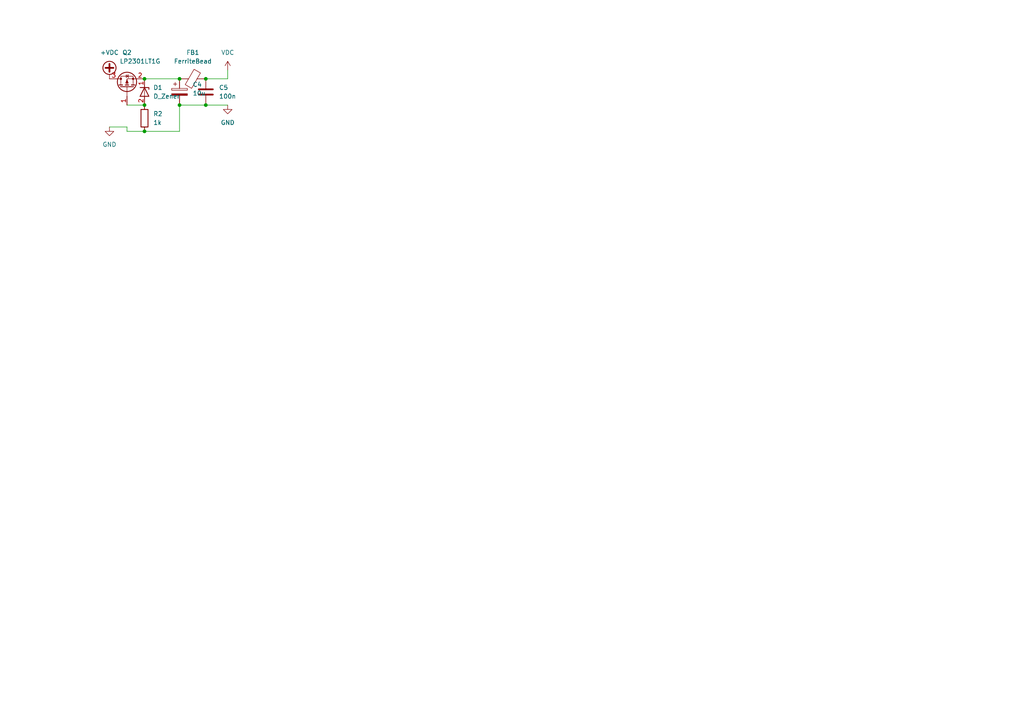
<source format=kicad_sch>
(kicad_sch (version 20230121) (generator eeschema)
  (paper "A4")
  (lib_symbols
    (symbol "Device:C" (pin_numbers hide) (pin_names (offset 0.254))
      (property "Reference" "C" (at 0.635 2.54 0))
      (property "Value" "C" (at 0.635 -2.54 0))
      (symbol "C_0_1"
        (polyline (pts (xy -2.032 -0.762) (xy 2.032 -0.762)) (stroke (width 0.508)))
        (polyline (pts (xy -2.032 0.762) (xy 2.032 0.762)) (stroke (width 0.508)))
      )
      (symbol "C_1_1"
        (pin passive line (at 0 3.81 270) (length 2.794) (name "~") (number "1"))
        (pin passive line (at 0 -3.81 90) (length 2.794) (name "~") (number "2"))
      )
    )
    (symbol "Device:C_Polarized" (pin_numbers hide) (pin_names (offset 0.254))
      (property "Reference" "C" (at 0.635 2.54 0))
      (property "Value" "C_Polarized" (at 0.635 -2.54 0))
      (symbol "C_Polarized_0_1"
        (rectangle (start -2.286 0.508) (end 2.286 1.016))
        (polyline (pts (xy -1.778 2.286) (xy -0.762 2.286)))
        (polyline (pts (xy -1.27 2.794) (xy -1.27 1.778)))
        (rectangle (start 2.286 -0.508) (end -2.286 -1.016) (fill (type outline)))
      )
      (symbol "C_Polarized_1_1"
        (pin passive line (at 0 3.81 270) (length 2.794) (name "~") (number "1"))
        (pin passive line (at 0 -3.81 90) (length 2.794) (name "~") (number "2"))
      )
    )
    (symbol "Device:D_Zener" (pin_names (offset 1.016) hide)
      (property "Reference" "D" (at 0 2.54 0))
      (property "Value" "D_Zener" (at 0 -2.54 0))
      (symbol "D_Zener_0_1"
        (polyline (pts (xy 1.27 0) (xy -1.27 0)))
        (polyline (pts (xy -1.27 -1.27) (xy -1.27 1.27) (xy -0.762 1.27)) (stroke (width 0.254)))
        (polyline (pts (xy 1.27 -1.27) (xy 1.27 1.27) (xy -1.27 0) (xy 1.27 -1.27)) (stroke (width 0.254)))
      )
      (symbol "D_Zener_1_1"
        (pin passive line (at -3.81 0 0) (length 2.54) (name "K") (number "1"))
        (pin passive line (at 3.81 0 180) (length 2.54) (name "A") (number "2"))
      )
    )
    (symbol "Device:FerriteBead" (pin_numbers hide) (pin_names (offset 0))
      (property "Reference" "FB" (at -3.81 0.635 90))
      (property "Value" "FerriteBead" (at 3.81 0 90))
      (symbol "FerriteBead_0_1"
        (polyline (pts (xy 0 -1.27) (xy 0 -1.2192)))
        (polyline (pts (xy 0 1.27) (xy 0 1.2954)))
        (polyline (pts (xy -2.7686 0.4064) (xy -1.7018 2.2606) (xy 2.7686 -0.3048) (xy 1.6764 -2.159) (xy -2.7686 0.4064)))
      )
      (symbol "FerriteBead_1_1"
        (pin passive line (at 0 3.81 270) (length 2.54) (name "~") (number "1"))
        (pin passive line (at 0 -3.81 90) (length 2.54) (name "~") (number "2"))
      )
    )
    (symbol "Device:R" (pin_numbers hide) (pin_names (offset 0))
      (property "Reference" "R" (at 2.032 0 90))
      (property "Value" "R" (at 0 0 90))
      (symbol "R_0_1"
        (rectangle (start -1.016 -2.54) (end 1.016 2.54) (stroke (width 0.254)))
      )
      (symbol "R_1_1"
        (pin passive line (at 0 3.81 270) (length 1.27) (name "~") (number "1"))
        (pin passive line (at 0 -3.81 90) (length 1.27) (name "~") (number "2"))
      )
    )
    (symbol "Transistor_FET:VP0610T" (pin_names hide)
      (property "Reference" "Q" (at 5.08 1.905 0))
      (property "Value" "VP0610T" (at 5.08 0 0))
      (symbol "VP0610T_0_1"
        (polyline (pts (xy 0.254 0) (xy -2.54 0)))
        (polyline (pts (xy 0.254 1.905) (xy 0.254 -1.905)) (stroke (width 0.254)))
        (polyline (pts (xy 0.762 -1.27) (xy 0.762 -2.286)) (stroke (width 0.254)))
        (polyline (pts (xy 0.762 0.508) (xy 0.762 -0.508)) (stroke (width 0.254)))
        (polyline (pts (xy 0.762 2.286) (xy 0.762 1.27)) (stroke (width 0.254)))
        (polyline (pts (xy 2.54 2.54) (xy 2.54 1.778)))
        (polyline (pts (xy 2.54 -2.54) (xy 2.54 0) (xy 0.762 0)))
        (polyline (pts (xy 0.762 1.778) (xy 3.302 1.778) (xy 3.302 -1.778) (xy 0.762 -1.778)))
        (polyline (pts (xy 2.286 0) (xy 1.27 0.381) (xy 1.27 -0.381) (xy 2.286 0)) (fill (type outline)))
        (polyline (pts (xy 2.794 -0.508) (xy 2.921 -0.381) (xy 3.683 -0.381) (xy 3.81 -0.254)))
        (polyline (pts (xy 3.302 -0.381) (xy 2.921 0.254) (xy 3.683 0.254) (xy 3.302 -0.381)))
        (circle (center 1.651 0) (radius 2.794) (stroke (width 0.254)))
        (circle (center 2.54 -1.778) (radius 0.254) (fill (type outline)))
        (circle (center 2.54 1.778) (radius 0.254) (fill (type outline)))
      )
      (symbol "VP0610T_1_1"
        (pin input line (at -5.08 0 0) (length 2.54) (name "G") (number "1"))
        (pin passive line (at 2.54 -5.08 90) (length 2.54) (name "S") (number "2"))
        (pin passive line (at 2.54 5.08 270) (length 2.54) (name "D") (number "3"))
      )
    )
    (symbol "power:+VDC" (power) (pin_names (offset 0))
      (property "Value" "+VDC" (at 0 6.35 0))
      (symbol "+VDC_0_1"
        (polyline (pts (xy -1.143 3.175) (xy 1.143 3.175)) (stroke (width 0.508)))
        (polyline (pts (xy 0 0) (xy 0 1.27)))
        (polyline (pts (xy 0 2.032) (xy 0 4.318)) (stroke (width 0.508)))
        (circle (center 0 3.175) (radius 1.905) (stroke (width 0.254)))
      )
      (symbol "+VDC_1_1"
        (pin power_in line (at 0 0 90) (length 0) hide (name "+VDC") (number "1"))
      )
    )
    (symbol "power:GND" (power) (pin_names (offset 0))
      (property "Value" "GND" (at 0 -3.81 0))
      (symbol "GND_0_1"
        (polyline (pts (xy 0 0) (xy 0 -1.27) (xy 1.27 -1.27) (xy 0 -2.54) (xy -1.27 -1.27) (xy 0 -1.27)))
      )
      (symbol "GND_1_1"
        (pin power_in line (at 0 0 270) (length 0) hide (name "GND") (number "1"))
      )
    )
    (symbol "power:VDC" (power) (pin_names (offset 0))
      (property "Value" "VDC" (at 0 6.35 0))
      (symbol "VDC_0_1"
        (polyline (pts (xy -0.762 1.27) (xy 0 2.54)))
        (polyline (pts (xy 0 0) (xy 0 2.54)))
        (polyline (pts (xy 0 2.54) (xy 0.762 1.27)))
      )
      (symbol "VDC_1_1"
        (pin power_in line (at 0 0 90) (length 0) hide (name "VDC") (number "1"))
      )
    )
  )
  (junction (at 52.07 30.48))
  (junction (at 59.69 30.48))
  (junction (at 41.91 38.1))
  (junction (at 41.91 30.48))
  (junction (at 41.91 22.86))
  (junction (at 52.07 22.86))
  (junction (at 59.69 22.86))
  (wire (pts (xy 36.83 36.83) (xy 36.83 38.1)))
  (wire (pts (xy 66.04 20.32) (xy 66.04 22.86)))
  (wire (pts (xy 52.07 30.48) (xy 52.07 38.1)))
  (wire (pts (xy 59.69 22.86) (xy 66.04 22.86)))
  (wire (pts (xy 36.83 38.1) (xy 41.91 38.1)))
  (wire (pts (xy 31.75 36.83) (xy 36.83 36.83)))
  (wire (pts (xy 41.91 22.86) (xy 52.07 22.86)))
  (wire (pts (xy 41.91 38.1) (xy 52.07 38.1)))
  (wire (pts (xy 36.83 30.48) (xy 41.91 30.48)))
  (wire (pts (xy 52.07 30.48) (xy 59.69 30.48)))
  (wire (pts (xy 59.69 30.48) (xy 66.04 30.48)))
  (symbol (lib_id "Device:C_Polarized") (at 52.07 26.67 0) (unit 1)
    (property "Reference" "C4" (at 55.88 24.5109 0) (effects (justify left)))
    (property "Value" "10u" (at 55.88 27.0509 0) (effects (justify left)))
    (property "Footprint" "Capacitor_SMD:CP_Elec_6.3x7.7" (effects hide))
  )
  (symbol (lib_id "Device:FerriteBead") (at 55.88 22.86 270) (unit 1)
    (property "Reference" "FB1" (at 55.9308 15.24 90))
    (property "Value" "FerriteBead" (at 55.9308 17.78 90))
    (property "Footprint" "Library:ferrite Bead" (effects hide))
  )
  (symbol (lib_id "Device:D_Zener") (at 41.91 26.67 270) (unit 1)
    (property "Reference" "D1" (at 44.45 25.3999 90) (effects (justify left)))
    (property "Value" "D_Zener" (at 44.45 27.9399 90) (effects (justify left)))
    (property "Footprint" "Library:SOD223" (effects hide))
  )
  (symbol (lib_id "power:+VDC") (at 31.75 22.86 0) (unit 1)
    (property "Reference" "#PWR026" (effects hide))
    (property "Value" "+VDC" (at 31.75 15.24 0))
  )
  (symbol (lib_id "power:GND") (at 66.04 30.48 0) (unit 1)
    (property "Reference" "#PWR029" (effects hide))
    (property "Value" "GND" (at 66.04 35.56 0))
  )
  (symbol (lib_id "Device:C") (at 59.69 26.67 0) (unit 1)
    (property "Reference" "C5" (at 63.5 25.3999 0) (effects (justify left)))
    (property "Value" "100n" (at 63.5 27.9399 0) (effects (justify left)))
    (property "Footprint" "Library:Cap 100nf 0805" (effects hide))
  )
  (symbol (lib_id "power:VDC") (at 66.04 20.32 0) (unit 1)
    (property "Reference" "#PWR0112" (effects hide))
    (property "Value" "VDC" (at 66.04 15.24 0))
  )
  (symbol (lib_id "Transistor_FET:VP0610T") (at 36.83 25.4 90) (unit 1)
    (property "Reference" "Q2" (at 36.83 15.24 90))
    (property "Value" "LP2301LT1G" (at 40.64 17.78 90))
    (property "Footprint" "Package_TO_SOT_SMD:SOT-23" (effects hide))
    (property "Datasheet" "https://datasheet.lcsc.com/lcsc/1810251911_LRC-LP2301LT1G_C77937.pdf" (effects hide))
  )
  (symbol (lib_id "Device:R") (at 41.91 34.29 0) (unit 1)
    (property "Reference" "R2" (at 44.45 33.0199 0) (effects (justify left)))
    (property "Value" "1k" (at 44.45 35.5599 0) (effects (justify left)))
    (property "Footprint" "Resistor_SMD:R_0603_1608Metric" (effects hide))
  )
  (symbol (lib_id "power:GND") (at 31.75 36.83 0) (unit 1)
    (property "Reference" "#PWR027" (effects hide))
    (property "Value" "GND" (at 31.75 41.91 0))
  )
)
</source>
